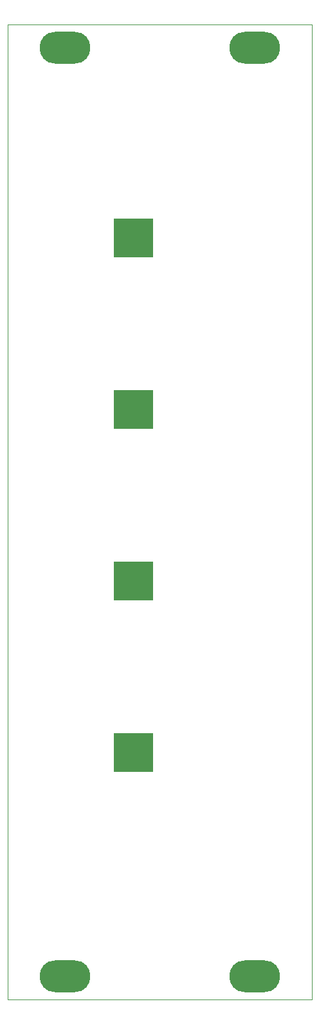
<source format=gts>
G04 #@! TF.GenerationSoftware,KiCad,Pcbnew,(6.0.0)*
G04 #@! TF.CreationDate,2022-07-06T17:44:35+01:00*
G04 #@! TF.ProjectId,Basic-DC-mixer,42617369-632d-4444-932d-6d697865722e,rev?*
G04 #@! TF.SameCoordinates,Original*
G04 #@! TF.FileFunction,Soldermask,Top*
G04 #@! TF.FilePolarity,Negative*
%FSLAX46Y46*%
G04 Gerber Fmt 4.6, Leading zero omitted, Abs format (unit mm)*
G04 Created by KiCad (PCBNEW (6.0.0)) date 2022-07-06 17:44:35*
%MOMM*%
%LPD*%
G01*
G04 APERTURE LIST*
%ADD10C,0.100000*%
G04 #@! TA.AperFunction,Profile*
%ADD11C,0.050000*%
G04 #@! TD*
%ADD12O,6.700000X4.200000*%
G04 APERTURE END LIST*
D10*
X91000000Y-52500000D02*
X86000000Y-52500000D01*
X86000000Y-52500000D02*
X86000000Y-47500000D01*
X86000000Y-47500000D02*
X91000000Y-47500000D01*
X91000000Y-47500000D02*
X91000000Y-52500000D01*
G36*
X91000000Y-52500000D02*
G01*
X86000000Y-52500000D01*
X86000000Y-47500000D01*
X91000000Y-47500000D01*
X91000000Y-52500000D01*
G37*
X91000000Y-52500000D02*
X86000000Y-52500000D01*
X86000000Y-47500000D01*
X91000000Y-47500000D01*
X91000000Y-52500000D01*
X91000000Y-120000000D02*
X86000000Y-120000000D01*
X86000000Y-120000000D02*
X86000000Y-115000000D01*
X86000000Y-115000000D02*
X91000000Y-115000000D01*
X91000000Y-115000000D02*
X91000000Y-120000000D01*
G36*
X91000000Y-120000000D02*
G01*
X86000000Y-120000000D01*
X86000000Y-115000000D01*
X91000000Y-115000000D01*
X91000000Y-120000000D01*
G37*
X91000000Y-120000000D02*
X86000000Y-120000000D01*
X86000000Y-115000000D01*
X91000000Y-115000000D01*
X91000000Y-120000000D01*
X91000000Y-97500000D02*
X86000000Y-97500000D01*
X86000000Y-97500000D02*
X86000000Y-92500000D01*
X86000000Y-92500000D02*
X91000000Y-92500000D01*
X91000000Y-92500000D02*
X91000000Y-97500000D01*
G36*
X91000000Y-97500000D02*
G01*
X86000000Y-97500000D01*
X86000000Y-92500000D01*
X91000000Y-92500000D01*
X91000000Y-97500000D01*
G37*
X91000000Y-97500000D02*
X86000000Y-97500000D01*
X86000000Y-92500000D01*
X91000000Y-92500000D01*
X91000000Y-97500000D01*
X91000000Y-75000000D02*
X86000000Y-75000000D01*
X86000000Y-75000000D02*
X86000000Y-70000000D01*
X86000000Y-70000000D02*
X91000000Y-70000000D01*
X91000000Y-70000000D02*
X91000000Y-75000000D01*
G36*
X91000000Y-75000000D02*
G01*
X86000000Y-75000000D01*
X86000000Y-70000000D01*
X91000000Y-70000000D01*
X91000000Y-75000000D01*
G37*
X91000000Y-75000000D02*
X86000000Y-75000000D01*
X86000000Y-70000000D01*
X91000000Y-70000000D01*
X91000000Y-75000000D01*
D11*
X72000000Y-22000000D02*
X72000000Y-150000000D01*
X72000000Y-22000000D02*
X112000000Y-22000000D01*
X112000000Y-22000000D02*
X112000000Y-150000000D01*
X112000000Y-150000000D02*
X72000000Y-150000000D01*
D12*
X79500000Y-147000000D03*
X79500000Y-25000000D03*
X104500000Y-147000000D03*
X104500000Y-25000000D03*
M02*

</source>
